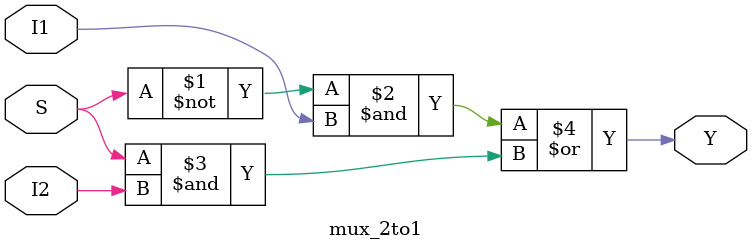
<source format=v>
`timescale 1ns / 1ps


module mux_2to1(
    input I1, I2, S,
    output Y
    );
    
    assign Y = ~S&I1 | S&I2;
endmodule

</source>
